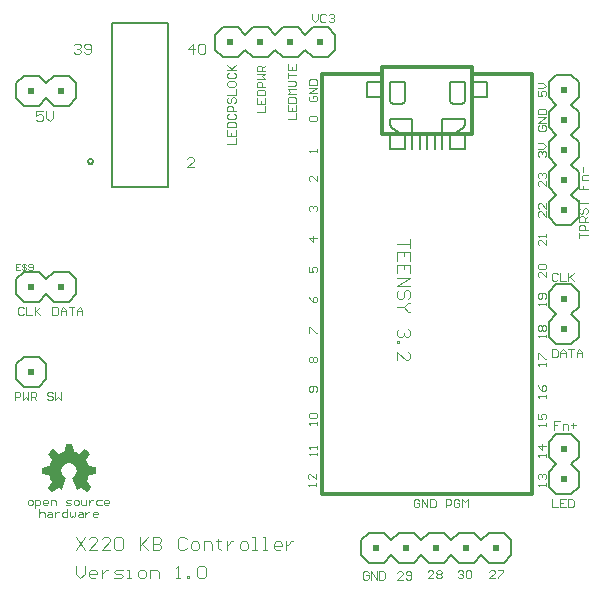
<source format=gto>
G04*
G04 #@! TF.GenerationSoftware,Altium Limited,Altium Designer,21.6.1 (37)*
G04*
G04 Layer_Color=65535*
%FSLAX25Y25*%
%MOIN*%
G70*
G04*
G04 #@! TF.SameCoordinates,3D0E8F73-5774-4D33-84BA-408F2C82BF8C*
G04*
G04*
G04 #@! TF.FilePolarity,Positive*
G04*
G01*
G75*
%ADD10C,0.00500*%
%ADD11C,0.00800*%
%ADD12C,0.01200*%
%ADD13C,0.00218*%
%ADD14C,0.00340*%
%ADD15C,0.00408*%
%ADD16C,0.00204*%
%ADD17C,0.00272*%
G36*
X106827Y182858D02*
X104827D01*
Y184858D01*
X106827D01*
Y182858D01*
D02*
G37*
G36*
X96827D02*
X94827D01*
Y184858D01*
X96827D01*
Y182858D01*
D02*
G37*
G36*
X86827D02*
X84827D01*
Y184858D01*
X86827D01*
Y182858D01*
D02*
G37*
G36*
X76827D02*
X74827D01*
Y184858D01*
X76827D01*
Y182858D01*
D02*
G37*
G36*
X188008Y166953D02*
X186008D01*
Y168953D01*
X188008D01*
Y166953D01*
D02*
G37*
G36*
X20449Y166717D02*
X18449D01*
Y168717D01*
X20449D01*
Y166717D01*
D02*
G37*
G36*
X10449D02*
X8449D01*
Y168717D01*
X10449D01*
Y166717D01*
D02*
G37*
G36*
X188008Y156953D02*
X186008D01*
Y158953D01*
X188008D01*
Y156953D01*
D02*
G37*
G36*
Y146953D02*
X186008D01*
Y148953D01*
X188008D01*
Y146953D01*
D02*
G37*
G36*
Y136953D02*
X186008D01*
Y138953D01*
X188008D01*
Y136953D01*
D02*
G37*
G36*
Y126953D02*
X186008D01*
Y128953D01*
X188008D01*
Y126953D01*
D02*
G37*
G36*
X20449Y101362D02*
X18449D01*
Y103362D01*
X20449D01*
Y101362D01*
D02*
G37*
G36*
X10449D02*
X8449D01*
Y103362D01*
X10449D01*
Y101362D01*
D02*
G37*
G36*
X188008Y97189D02*
X186008D01*
Y99189D01*
X188008D01*
Y97189D01*
D02*
G37*
G36*
Y87189D02*
X186008D01*
Y89189D01*
X188008D01*
Y87189D01*
D02*
G37*
G36*
X10449Y73016D02*
X8449D01*
Y75016D01*
X10449D01*
Y73016D01*
D02*
G37*
G36*
X188008Y47189D02*
X186008D01*
Y49189D01*
X188008D01*
Y47189D01*
D02*
G37*
G36*
X23197Y49895D02*
X23647Y47445D01*
X24097Y47345D01*
X24547Y47145D01*
X24997Y46945D01*
X25447Y46695D01*
X27497Y48145D01*
X27847Y47895D01*
X28247Y47545D01*
X28747Y47045D01*
X29147Y46545D01*
X27747Y44595D01*
X27797Y44495D01*
X28147Y43895D01*
X28397Y43345D01*
X28597Y42695D01*
X31047Y42245D01*
X31097Y41745D01*
X31147Y41195D01*
Y40745D01*
Y40045D01*
X28697Y39595D01*
X28497Y38795D01*
X28297Y38195D01*
X27947Y37595D01*
X29397Y35495D01*
X29047Y35045D01*
X28647Y34595D01*
X28297Y34245D01*
X27897Y33895D01*
X25897Y35295D01*
X25297Y34895D01*
X24697Y34645D01*
X23147Y38545D01*
X23147D01*
X23524Y38769D01*
X24142Y39388D01*
X24523Y40175D01*
X24625Y41043D01*
X24437Y41898D01*
X23980Y42643D01*
X23304Y43197D01*
X22483Y43500D01*
X22047Y43545D01*
X21596Y43514D01*
X20745Y43222D01*
X20045Y42654D01*
X19584Y41881D01*
X19416Y40996D01*
X19562Y40108D01*
X20004Y39324D01*
X20689Y38739D01*
X21097Y38545D01*
X21097D01*
X19697Y34545D01*
X18547Y35145D01*
X16497Y33745D01*
X16147Y34045D01*
X15697Y34445D01*
X15347Y34795D01*
X14947Y35245D01*
X16397Y37245D01*
X16047Y37845D01*
X15847Y38245D01*
X15697Y38745D01*
X15497Y39445D01*
X13047Y39845D01*
Y42045D01*
X15497Y42445D01*
X15647Y42795D01*
X15797Y43345D01*
X16097Y43995D01*
X16397Y44495D01*
X14997Y46545D01*
X15247Y46795D01*
X15647Y47245D01*
X16147Y47745D01*
X16597Y48095D01*
X18597Y46645D01*
X19297Y47045D01*
X19797Y47245D01*
X20547Y47495D01*
X20947Y49895D01*
X21447Y49945D01*
X22597D01*
X23197Y49895D01*
D02*
G37*
G36*
X188008Y37189D02*
X186008D01*
Y39189D01*
X188008D01*
Y37189D01*
D02*
G37*
G36*
X165409Y14354D02*
X163409D01*
Y16354D01*
X165409D01*
Y14354D01*
D02*
G37*
G36*
X155409D02*
X153409D01*
Y16354D01*
X155409D01*
Y14354D01*
D02*
G37*
G36*
X145409D02*
X143409D01*
Y16354D01*
X145409D01*
Y14354D01*
D02*
G37*
G36*
X135409D02*
X133409D01*
Y16354D01*
X135409D01*
Y14354D01*
D02*
G37*
G36*
X125409D02*
X123409D01*
Y16354D01*
X125409D01*
Y14354D01*
D02*
G37*
D10*
X30014Y144094D02*
X29574Y144856D01*
X28694D01*
X28254Y144094D01*
X28694Y143332D01*
X29574D01*
X30014Y144094D01*
X152746Y163110D02*
X153630Y163476D01*
X153996Y164360D01*
X148996D02*
X149362Y163476D01*
X150246Y163110D01*
X128996Y164360D02*
X129362Y163476D01*
X130246Y163110D01*
X132746D02*
X133630Y163476D01*
X133996Y164360D01*
X153439Y155239D02*
X153996Y156279D01*
X128996D02*
X129553Y155239D01*
X36220Y135433D02*
X55118D01*
Y190157D01*
X36220D02*
X55118D01*
X36220Y135433D02*
Y190157D01*
X141496Y148110D02*
Y153110D01*
X143996Y148110D02*
Y153110D01*
X146496Y148110D02*
Y153110D01*
X138996Y148110D02*
Y153110D01*
X136496Y148110D02*
Y153110D01*
X148996Y148110D02*
Y153110D01*
Y148110D02*
X153996D01*
Y153110D01*
X133996Y148110D02*
Y153110D01*
X128996Y148110D02*
X133996D01*
X128996D02*
Y153110D01*
X121496Y170610D02*
X126496D01*
X153996Y164360D02*
Y170610D01*
X150246Y163110D02*
X152746D01*
X148996Y164360D02*
Y170610D01*
X128996Y164360D02*
Y170610D01*
X130246Y163110D02*
X132746D01*
X133996Y164360D02*
Y170610D01*
X148996D02*
X153996D01*
X128996D02*
X133996D01*
X146496Y153110D02*
Y158110D01*
X153996D01*
Y156279D02*
Y158110D01*
X150246Y153110D02*
X153439Y155239D01*
X136496Y153110D02*
Y158110D01*
X128996D02*
X136496D01*
X128996Y156279D02*
Y158110D01*
X129553Y155239D02*
X132746Y153110D01*
X121496Y165610D02*
X126496D01*
X121496D02*
Y170610D01*
X156496D02*
X161496D01*
X156496Y165610D02*
X161496D01*
Y170610D01*
D11*
X110827Y181358D02*
Y186358D01*
X73327Y178858D02*
X78327D01*
X70827Y181358D02*
X73327Y178858D01*
X70827Y186358D02*
X73327Y188858D01*
X70827Y181358D02*
Y186358D01*
X80827Y181358D02*
X83327Y178858D01*
X88327D01*
X90827Y181358D01*
X88327Y188858D02*
X90827Y186358D01*
X83327Y188858D02*
X88327D01*
X80827Y186358D02*
X83327Y188858D01*
X78327Y178858D02*
X80827Y181358D01*
X78327Y188858D02*
X80827Y186358D01*
X73327Y188858D02*
X78327D01*
X103327Y178858D02*
X108327D01*
X100827Y181358D02*
X103327Y178858D01*
X100827Y186358D02*
X103327Y188858D01*
X90827Y181358D02*
X93327Y178858D01*
X98327D01*
X100827Y181358D01*
X98327Y188858D02*
X100827Y186358D01*
X93327Y188858D02*
X98327D01*
X90827Y186358D02*
X93327Y188858D01*
X108327Y178858D02*
X110827Y181358D01*
X108327Y188858D02*
X110827Y186358D01*
X103327Y188858D02*
X108327D01*
X151909Y20354D02*
X156909D01*
X159409Y17854D01*
X156909Y10354D02*
X159409Y12854D01*
Y17854D02*
X161909Y20354D01*
X166909D01*
X169409Y17854D01*
X166909Y10354D02*
X169409Y12854D01*
X161909Y10354D02*
X166909D01*
X159409Y12854D02*
X161909Y10354D01*
X139409Y17854D02*
X141909Y20354D01*
X146909D01*
X149409Y17854D01*
X146909Y10354D02*
X149409Y12854D01*
X141909Y10354D02*
X146909D01*
X139409Y12854D02*
X141909Y10354D01*
X149409Y17854D02*
X151909Y20354D01*
X149409Y12854D02*
X151909Y10354D01*
X156909D01*
X121909Y20354D02*
X126909D01*
X129409Y17854D01*
X126909Y10354D02*
X129409Y12854D01*
Y17854D02*
X131909Y20354D01*
X136909D01*
X139409Y17854D01*
X136909Y10354D02*
X139409Y12854D01*
X131909Y10354D02*
X136909D01*
X129409Y12854D02*
X131909Y10354D01*
X119409Y12854D02*
Y17854D01*
X121909Y20354D01*
X119409Y12854D02*
X121909Y10354D01*
X126909D01*
X169409Y12854D02*
Y17854D01*
X11949Y79016D02*
X14449Y76516D01*
X6949Y79016D02*
X11949D01*
X4449Y76516D02*
X6949Y79016D01*
X4449Y71516D02*
Y76516D01*
Y71516D02*
X6949Y69016D01*
X11949D01*
X14449Y71516D01*
Y76516D01*
X6949Y107362D02*
X11949D01*
X14449Y104862D01*
X11949Y97362D02*
X14449Y99862D01*
Y104862D02*
X16949Y107362D01*
X21949D01*
X24449Y104862D01*
X21949Y97362D02*
X24449Y99862D01*
X16949Y97362D02*
X21949D01*
X14449Y99862D02*
X16949Y97362D01*
X4449Y99862D02*
Y104862D01*
X6949Y107362D01*
X4449Y99862D02*
X6949Y97362D01*
X11949D01*
X24449Y99862D02*
Y104862D01*
X6949Y172717D02*
X11949D01*
X14449Y170217D01*
X11949Y162717D02*
X14449Y165217D01*
Y170217D02*
X16949Y172717D01*
X21949D01*
X24449Y170217D01*
X21949Y162717D02*
X24449Y165217D01*
X16949Y162717D02*
X21949D01*
X14449Y165217D02*
X16949Y162717D01*
X4449Y165217D02*
Y170217D01*
X6949Y172717D01*
X4449Y165217D02*
X6949Y162717D01*
X11949D01*
X24449Y165217D02*
Y170217D01*
X182008Y35689D02*
Y40689D01*
X184508Y43189D01*
X189508D02*
X192008Y40689D01*
X182008Y45689D02*
X184508Y43189D01*
X182008Y45689D02*
Y50689D01*
X184508Y53189D01*
X189508D02*
X192008Y50689D01*
Y45689D02*
Y50689D01*
X189508Y43189D02*
X192008Y45689D01*
X184508Y33189D02*
X189508D01*
X182008Y35689D02*
X184508Y33189D01*
X189508D02*
X192008Y35689D01*
Y40689D01*
X184508Y53189D02*
X189508D01*
X182008Y85689D02*
Y90689D01*
X184508Y93189D01*
X189508D02*
X192008Y90689D01*
X182008Y95689D02*
X184508Y93189D01*
X182008Y95689D02*
Y100689D01*
X184508Y103189D01*
X189508D02*
X192008Y100689D01*
Y95689D02*
Y100689D01*
X189508Y93189D02*
X192008Y95689D01*
X184508Y83189D02*
X189508D01*
X182008Y85689D02*
X184508Y83189D01*
X189508D02*
X192008Y85689D01*
Y90689D01*
X184508Y103189D02*
X189508D01*
X182008Y155453D02*
Y160453D01*
X184508Y162953D01*
X189508D02*
X192008Y160453D01*
X182008Y165453D02*
X184508Y162953D01*
X182008Y165453D02*
Y170453D01*
X184508Y172953D01*
X189508D02*
X192008Y170453D01*
Y165453D02*
Y170453D01*
X189508Y162953D02*
X192008Y165453D01*
X182008Y145453D02*
X184508Y142953D01*
X182008Y145453D02*
Y150453D01*
X184508Y152953D01*
X189508D02*
X192008Y150453D01*
Y145453D02*
Y150453D01*
X189508Y142953D02*
X192008Y145453D01*
X182008Y155453D02*
X184508Y152953D01*
X189508D02*
X192008Y155453D01*
Y160453D01*
X182008Y125453D02*
Y130453D01*
X184508Y132953D01*
X189508D02*
X192008Y130453D01*
X182008Y135453D02*
X184508Y132953D01*
X182008Y135453D02*
Y140453D01*
X184508Y142953D01*
X189508D02*
X192008Y140453D01*
Y135453D02*
Y140453D01*
X189508Y132953D02*
X192008Y135453D01*
X184508Y122953D02*
X189508D01*
X182008Y125453D02*
X184508Y122953D01*
X189508D02*
X192008Y125453D01*
Y130453D01*
X184508Y172953D02*
X189508D01*
D12*
X176496Y33110D02*
Y173110D01*
X106496Y33110D02*
Y173110D01*
Y33110D02*
X176496D01*
X156496Y173110D02*
X176496D01*
X106496D02*
X126496D01*
Y175610D02*
X156496D01*
X126496Y153110D02*
X128996D01*
X132746D01*
X133996D01*
X136496D01*
X138996D01*
X141496D01*
X143996D01*
X146496D01*
X148996D01*
X150246D01*
X153996D01*
X156496D01*
X126496D02*
Y175610D01*
X156496Y153110D02*
Y175610D01*
D13*
X103150Y193270D02*
Y191457D01*
X104056Y190551D01*
X104962Y191457D01*
Y193270D01*
X107682Y192817D02*
X107228Y193270D01*
X106322D01*
X105869Y192817D01*
Y191004D01*
X106322Y190551D01*
X107228D01*
X107682Y191004D01*
X108588Y192817D02*
X109041Y193270D01*
X109947D01*
X110401Y192817D01*
Y192364D01*
X109947Y191911D01*
X109494D01*
X109947D01*
X110401Y191457D01*
Y191004D01*
X109947Y190551D01*
X109041D01*
X108588Y191004D01*
X94919Y158268D02*
X97638D01*
Y160081D01*
X94919Y162800D02*
Y160987D01*
X97638D01*
Y162800D01*
X96278Y160987D02*
Y161893D01*
X94919Y163706D02*
X97638D01*
Y165066D01*
X97185Y165519D01*
X95372D01*
X94919Y165066D01*
Y163706D01*
X97638Y166425D02*
X94919D01*
X95825Y167331D01*
X94919Y168238D01*
X97638D01*
X94919Y169144D02*
X97185D01*
X97638Y169597D01*
Y170504D01*
X97185Y170957D01*
X94919D01*
Y171863D02*
Y173676D01*
Y172770D01*
X97638D01*
X94919Y176395D02*
Y174582D01*
X97638D01*
Y176395D01*
X96278Y174582D02*
Y175489D01*
X84682Y160630D02*
X87402D01*
Y162443D01*
X84682Y165162D02*
Y163349D01*
X87402D01*
Y165162D01*
X86042Y163349D02*
Y164255D01*
X84682Y166068D02*
X87402D01*
Y167428D01*
X86948Y167881D01*
X85136D01*
X84682Y167428D01*
Y166068D01*
X87402Y168787D02*
X84682D01*
Y170147D01*
X85136Y170600D01*
X86042D01*
X86495Y170147D01*
Y168787D01*
X84682Y171506D02*
X87402D01*
X86495Y172413D01*
X87402Y173319D01*
X84682D01*
X87402Y174225D02*
X84682D01*
Y175585D01*
X85136Y176038D01*
X86042D01*
X86495Y175585D01*
Y174225D01*
Y175132D02*
X87402Y176038D01*
X74840Y150000D02*
X77559D01*
Y151813D01*
X74840Y154532D02*
Y152719D01*
X77559D01*
Y154532D01*
X76200Y152719D02*
Y153626D01*
X74840Y155438D02*
X77559D01*
Y156798D01*
X77106Y157251D01*
X75293D01*
X74840Y156798D01*
Y155438D01*
X75293Y159970D02*
X74840Y159517D01*
Y158610D01*
X75293Y158157D01*
X77106D01*
X77559Y158610D01*
Y159517D01*
X77106Y159970D01*
X77559Y160877D02*
X74840D01*
Y162236D01*
X75293Y162689D01*
X76200D01*
X76653Y162236D01*
Y160877D01*
X75293Y165408D02*
X74840Y164955D01*
Y164049D01*
X75293Y163596D01*
X75746D01*
X76200Y164049D01*
Y164955D01*
X76653Y165408D01*
X77106D01*
X77559Y164955D01*
Y164049D01*
X77106Y163596D01*
X74840Y166315D02*
X77559D01*
Y168128D01*
X74840Y170393D02*
Y169487D01*
X75293Y169034D01*
X77106D01*
X77559Y169487D01*
Y170393D01*
X77106Y170847D01*
X75293D01*
X74840Y170393D01*
X75293Y173566D02*
X74840Y173112D01*
Y172206D01*
X75293Y171753D01*
X77106D01*
X77559Y172206D01*
Y173112D01*
X77106Y173566D01*
X74840Y174472D02*
X77559D01*
X76653D01*
X74840Y176285D01*
X76200Y174925D01*
X77559Y176285D01*
X181102Y35827D02*
Y36733D01*
Y36280D01*
X178383D01*
X178836Y35827D01*
Y38093D02*
X178383Y38546D01*
Y39452D01*
X178836Y39906D01*
X179289D01*
X179742Y39452D01*
Y38999D01*
Y39452D01*
X180196Y39906D01*
X180649D01*
X181102Y39452D01*
Y38546D01*
X180649Y38093D01*
X181102Y75984D02*
Y76890D01*
Y76437D01*
X178383D01*
X178836Y75984D01*
X178383Y78250D02*
Y80063D01*
X178836D01*
X180649Y78250D01*
X181102D01*
Y85433D02*
Y86339D01*
Y85886D01*
X178383D01*
X178836Y85433D01*
Y87699D02*
X178383Y88152D01*
Y89059D01*
X178836Y89512D01*
X179289D01*
X179742Y89059D01*
X180196Y89512D01*
X180649D01*
X181102Y89059D01*
Y88152D01*
X180649Y87699D01*
X180196D01*
X179742Y88152D01*
X179289Y87699D01*
X178836D01*
X179742Y88152D02*
Y89059D01*
X181102Y96063D02*
Y96969D01*
Y96516D01*
X178383D01*
X178836Y96063D01*
X180649Y98329D02*
X181102Y98782D01*
Y99689D01*
X180649Y100142D01*
X178836D01*
X178383Y99689D01*
Y98782D01*
X178836Y98329D01*
X179289D01*
X179742Y98782D01*
Y100142D01*
X181102Y45669D02*
Y46575D01*
Y46122D01*
X178383D01*
X178836Y45669D01*
X181102Y49294D02*
X178383D01*
X179742Y47935D01*
Y49748D01*
X181102Y65354D02*
Y66260D01*
Y65807D01*
X178383D01*
X178836Y65354D01*
X178383Y69433D02*
X178836Y68526D01*
X179742Y67620D01*
X180649D01*
X181102Y68073D01*
Y68980D01*
X180649Y69433D01*
X180196D01*
X179742Y68980D01*
Y67620D01*
X181102Y55906D02*
Y56812D01*
Y56359D01*
X178383D01*
X178836Y55906D01*
X178383Y59985D02*
Y58172D01*
X179742D01*
X179289Y59078D01*
Y59531D01*
X179742Y59985D01*
X180649D01*
X181102Y59531D01*
Y58625D01*
X180649Y58172D01*
X151575Y7384D02*
X152028Y7837D01*
X152935D01*
X153388Y7384D01*
Y6931D01*
X152935Y6478D01*
X152481D01*
X152935D01*
X153388Y6024D01*
Y5571D01*
X152935Y5118D01*
X152028D01*
X151575Y5571D01*
X154294Y7384D02*
X154747Y7837D01*
X155654D01*
X156107Y7384D01*
Y5571D01*
X155654Y5118D01*
X154747D01*
X154294Y5571D01*
Y7384D01*
X164018Y5118D02*
X162205D01*
X164018Y6931D01*
Y7384D01*
X163565Y7837D01*
X162658D01*
X162205Y7384D01*
X164924Y7837D02*
X166737D01*
Y7384D01*
X164924Y5571D01*
Y5118D01*
X178836Y156144D02*
X178383Y155691D01*
Y154784D01*
X178836Y154331D01*
X180649D01*
X181102Y154784D01*
Y155691D01*
X180649Y156144D01*
X179742D01*
Y155237D01*
X181102Y157050D02*
X178383D01*
X181102Y158863D01*
X178383D01*
Y159769D02*
X181102D01*
Y161129D01*
X180649Y161582D01*
X178836D01*
X178383Y161129D01*
Y159769D01*
Y167561D02*
Y165748D01*
X179742D01*
X179289Y166654D01*
Y167108D01*
X179742Y167561D01*
X180649D01*
X181102Y167108D01*
Y166201D01*
X180649Y165748D01*
X178383Y168467D02*
X180196D01*
X181102Y169374D01*
X180196Y170280D01*
X178383D01*
X16535Y95632D02*
Y92913D01*
X17895D01*
X18348Y93366D01*
Y95179D01*
X17895Y95632D01*
X16535D01*
X19254Y92913D02*
Y94726D01*
X20161Y95632D01*
X21067Y94726D01*
Y92913D01*
Y94273D01*
X19254D01*
X21973Y95632D02*
X23786D01*
X22880D01*
Y92913D01*
X24692D02*
Y94726D01*
X25599Y95632D01*
X26505Y94726D01*
Y92913D01*
Y94273D01*
X24692D01*
X102005Y87008D02*
Y88821D01*
X102458D01*
X104271Y87008D01*
X104724D01*
X102458Y77165D02*
X102005Y77618D01*
Y78525D01*
X102458Y78978D01*
X102911D01*
X103364Y78525D01*
X103818Y78978D01*
X104271D01*
X104724Y78525D01*
Y77618D01*
X104271Y77165D01*
X103818D01*
X103364Y77618D01*
X102911Y77165D01*
X102458D01*
X103364Y77618D02*
Y78525D01*
X102005Y99057D02*
X102458Y98150D01*
X103364Y97244D01*
X104271D01*
X104724Y97697D01*
Y98604D01*
X104271Y99057D01*
X103818D01*
X103364Y98604D01*
Y97244D01*
X183071Y31459D02*
Y28740D01*
X184884D01*
X187603Y31459D02*
X185790D01*
Y28740D01*
X187603D01*
X185790Y30100D02*
X186697D01*
X188509Y31459D02*
Y28740D01*
X189869D01*
X190322Y29193D01*
Y31006D01*
X189869Y31459D01*
X188509D01*
X185671Y57443D02*
X183858D01*
Y56084D01*
X184764D01*
X183858D01*
Y54724D01*
X186577D02*
Y56537D01*
X187937D01*
X188390Y56084D01*
Y54724D01*
X189296Y56084D02*
X191109D01*
X190203Y56990D02*
Y55177D01*
X183071Y81459D02*
Y78740D01*
X184431D01*
X184884Y79193D01*
Y81006D01*
X184431Y81459D01*
X183071D01*
X185790Y78740D02*
Y80553D01*
X186697Y81459D01*
X187603Y80553D01*
Y78740D01*
Y80100D01*
X185790D01*
X188509Y81459D02*
X190322D01*
X189416D01*
Y78740D01*
X191228D02*
Y80553D01*
X192135Y81459D01*
X193041Y80553D01*
Y78740D01*
Y80100D01*
X191228D01*
X184884Y106597D02*
X184431Y107050D01*
X183524D01*
X183071Y106597D01*
Y104784D01*
X183524Y104331D01*
X184431D01*
X184884Y104784D01*
X185790Y107050D02*
Y104331D01*
X187603D01*
X188509Y107050D02*
Y104331D01*
Y105237D01*
X190322Y107050D01*
X188962Y105691D01*
X190322Y104331D01*
X192163Y118504D02*
Y120317D01*
Y119410D01*
X194882D01*
Y121223D02*
X192163D01*
Y122583D01*
X192616Y123036D01*
X193522D01*
X193976Y122583D01*
Y121223D01*
X194882Y123942D02*
X192163D01*
Y125302D01*
X192616Y125755D01*
X193522D01*
X193976Y125302D01*
Y123942D01*
Y124849D02*
X194882Y125755D01*
X192616Y128474D02*
X192163Y128021D01*
Y127115D01*
X192616Y126661D01*
X193069D01*
X193522Y127115D01*
Y128021D01*
X193976Y128474D01*
X194429D01*
X194882Y128021D01*
Y127115D01*
X194429Y126661D01*
X192163Y129381D02*
Y131193D01*
Y130287D01*
X194882D01*
X192163Y136852D02*
Y135039D01*
X193522D01*
Y135945D01*
Y135039D01*
X194882D01*
Y137758D02*
X193069D01*
Y139118D01*
X193522Y139571D01*
X194882D01*
X193522Y140477D02*
Y142290D01*
X6931Y95179D02*
X6478Y95632D01*
X5571D01*
X5118Y95179D01*
Y93366D01*
X5571Y92913D01*
X6478D01*
X6931Y93366D01*
X7837Y95632D02*
Y92913D01*
X9650D01*
X10556Y95632D02*
Y92913D01*
Y93819D01*
X12369Y95632D01*
X11009Y94273D01*
X12369Y92913D01*
X3937Y64567D02*
Y67286D01*
X5297D01*
X5750Y66833D01*
Y65927D01*
X5297Y65473D01*
X3937D01*
X6656Y67286D02*
Y64567D01*
X7563Y65473D01*
X8469Y64567D01*
Y67286D01*
X9375Y64567D02*
Y67286D01*
X10735D01*
X11188Y66833D01*
Y65927D01*
X10735Y65473D01*
X9375D01*
X10282D02*
X11188Y64567D01*
X16626Y66833D02*
X16173Y67286D01*
X15267D01*
X14814Y66833D01*
Y66380D01*
X15267Y65927D01*
X16173D01*
X16626Y65473D01*
Y65020D01*
X16173Y64567D01*
X15267D01*
X14814Y65020D01*
X17533Y67286D02*
Y64567D01*
X18439Y65473D01*
X19345Y64567D01*
Y67286D01*
X104331Y35827D02*
Y36733D01*
Y36280D01*
X101612D01*
X102065Y35827D01*
X104331Y39906D02*
Y38093D01*
X102518Y39906D01*
X102065D01*
X101612Y39452D01*
Y38546D01*
X102065Y38093D01*
X104724Y46063D02*
Y46969D01*
Y46516D01*
X102005D01*
X102458Y46063D01*
X104724Y48329D02*
Y49235D01*
Y48782D01*
X102005D01*
X102458Y48329D01*
X104724Y56299D02*
Y57205D01*
Y56752D01*
X102005D01*
X102458Y56299D01*
Y58565D02*
X102005Y59018D01*
Y59925D01*
X102458Y60378D01*
X104271D01*
X104724Y59925D01*
Y59018D01*
X104271Y58565D01*
X102458D01*
X104271Y67323D02*
X104724Y67776D01*
Y68683D01*
X104271Y69136D01*
X102458D01*
X102005Y68683D01*
Y67776D01*
X102458Y67323D01*
X102911D01*
X103364Y67776D01*
Y69136D01*
X121892Y6990D02*
X121439Y7443D01*
X120532D01*
X120079Y6990D01*
Y5177D01*
X120532Y4724D01*
X121439D01*
X121892Y5177D01*
Y6084D01*
X120985D01*
X122798Y4724D02*
Y7443D01*
X124611Y4724D01*
Y7443D01*
X125517D02*
Y4724D01*
X126877D01*
X127330Y5177D01*
Y6990D01*
X126877Y7443D01*
X125517D01*
X133309Y4724D02*
X131496D01*
X133309Y6537D01*
Y6990D01*
X132856Y7443D01*
X131949D01*
X131496Y6990D01*
X134215Y5177D02*
X134668Y4724D01*
X135575D01*
X136028Y5177D01*
Y6990D01*
X135575Y7443D01*
X134668D01*
X134215Y6990D01*
Y6537D01*
X134668Y6084D01*
X136028D01*
X143545Y5118D02*
X141732D01*
X143545Y6931D01*
Y7384D01*
X143092Y7837D01*
X142185D01*
X141732Y7384D01*
X144451D02*
X144904Y7837D01*
X145811D01*
X146264Y7384D01*
Y6931D01*
X145811Y6478D01*
X146264Y6024D01*
Y5571D01*
X145811Y5118D01*
X144904D01*
X144451Y5571D01*
Y6024D01*
X144904Y6478D01*
X144451Y6931D01*
Y7384D01*
X144904Y6478D02*
X145811D01*
X138821Y31006D02*
X138368Y31459D01*
X137461D01*
X137008Y31006D01*
Y29193D01*
X137461Y28740D01*
X138368D01*
X138821Y29193D01*
Y30100D01*
X137914D01*
X139727Y28740D02*
Y31459D01*
X141540Y28740D01*
Y31459D01*
X142446D02*
Y28740D01*
X143806D01*
X144259Y29193D01*
Y31006D01*
X143806Y31459D01*
X142446D01*
X147638Y28740D02*
Y31459D01*
X148998D01*
X149451Y31006D01*
Y30100D01*
X148998Y29646D01*
X147638D01*
X152170Y31006D02*
X151717Y31459D01*
X150810D01*
X150357Y31006D01*
Y29193D01*
X150810Y28740D01*
X151717D01*
X152170Y29193D01*
Y30100D01*
X151263D01*
X153076Y28740D02*
Y31459D01*
X153983Y30553D01*
X154889Y31459D01*
Y28740D01*
X102458Y165986D02*
X102005Y165533D01*
Y164626D01*
X102458Y164173D01*
X104271D01*
X104724Y164626D01*
Y165533D01*
X104271Y165986D01*
X103364D01*
Y165079D01*
X104724Y166892D02*
X102005D01*
X104724Y168705D01*
X102005D01*
Y169611D02*
X104724D01*
Y170971D01*
X104271Y171424D01*
X102458D01*
X102005Y170971D01*
Y169611D01*
X181102Y117955D02*
Y116142D01*
X179289Y117955D01*
X178836D01*
X178383Y117502D01*
Y116595D01*
X178836Y116142D01*
X181102Y118861D02*
Y119767D01*
Y119314D01*
X178383D01*
X178836Y118861D01*
X181102Y107325D02*
Y105512D01*
X179289Y107325D01*
X178836D01*
X178383Y106872D01*
Y105965D01*
X178836Y105512D01*
Y108231D02*
X178383Y108684D01*
Y109591D01*
X178836Y110044D01*
X180649D01*
X181102Y109591D01*
Y108684D01*
X180649Y108231D01*
X178836D01*
Y145669D02*
X178383Y146122D01*
Y147029D01*
X178836Y147482D01*
X179289D01*
X179742Y147029D01*
Y146575D01*
Y147029D01*
X180196Y147482D01*
X180649D01*
X181102Y147029D01*
Y146122D01*
X180649Y145669D01*
X178383Y148388D02*
X180196D01*
X181102Y149294D01*
X180196Y150201D01*
X178383D01*
X181102Y127404D02*
Y125591D01*
X179289Y127404D01*
X178836D01*
X178383Y126951D01*
Y126044D01*
X178836Y125591D01*
X181102Y130123D02*
Y128310D01*
X179289Y130123D01*
X178836D01*
X178383Y129670D01*
Y128763D01*
X178836Y128310D01*
X181102Y137640D02*
Y135827D01*
X179289Y137640D01*
X178836D01*
X178383Y137187D01*
Y136280D01*
X178836Y135827D01*
Y138546D02*
X178383Y138999D01*
Y139906D01*
X178836Y140359D01*
X179289D01*
X179742Y139906D01*
Y139453D01*
Y139906D01*
X180196Y140359D01*
X180649D01*
X181102Y139906D01*
Y138999D01*
X180649Y138546D01*
X104724Y118683D02*
X102005D01*
X103364Y117323D01*
Y119136D01*
X102005Y108900D02*
Y107087D01*
X103364D01*
X102911Y107993D01*
Y108447D01*
X103364Y108900D01*
X104271D01*
X104724Y108447D01*
Y107540D01*
X104271Y107087D01*
X102458Y127559D02*
X102005Y128012D01*
Y128919D01*
X102458Y129372D01*
X102911D01*
X103364Y128919D01*
Y128465D01*
Y128919D01*
X103818Y129372D01*
X104271D01*
X104724Y128919D01*
Y128012D01*
X104271Y127559D01*
X104724Y139215D02*
Y137402D01*
X102911Y139215D01*
X102458D01*
X102005Y138762D01*
Y137855D01*
X102458Y137402D01*
X104724Y147244D02*
Y148150D01*
Y147697D01*
X102005D01*
X102458Y147244D01*
Y157480D02*
X102005Y157933D01*
Y158840D01*
X102458Y159293D01*
X104271D01*
X104724Y158840D01*
Y157933D01*
X104271Y157480D01*
X102458D01*
D14*
X135745Y118110D02*
Y115278D01*
Y116694D01*
X131496D01*
X135745Y111029D02*
Y113861D01*
X131496D01*
Y111029D01*
X133620Y113861D02*
Y112445D01*
X135745Y106780D02*
Y109613D01*
X131496D01*
Y106780D01*
X133620Y109613D02*
Y108196D01*
X131496Y105364D02*
X135745D01*
X131496Y102532D01*
X135745D01*
X135037Y98283D02*
X135745Y98991D01*
Y100407D01*
X135037Y101116D01*
X134328D01*
X133620Y100407D01*
Y98991D01*
X132912Y98283D01*
X132204D01*
X131496Y98991D01*
Y100407D01*
X132204Y101116D01*
X135745Y96867D02*
X135037D01*
X133620Y95451D01*
X135037Y94034D01*
X135745D01*
X133620Y95451D02*
X131496D01*
X135037Y88370D02*
X135745Y87661D01*
Y86245D01*
X135037Y85537D01*
X134328D01*
X133620Y86245D01*
Y86953D01*
Y86245D01*
X132912Y85537D01*
X132204D01*
X131496Y86245D01*
Y87661D01*
X132204Y88370D01*
X131496Y84121D02*
X132204D01*
Y83413D01*
X131496D01*
Y84121D01*
Y77748D02*
Y80580D01*
X134328Y77748D01*
X135037D01*
X135745Y78456D01*
Y79872D01*
X135037Y80580D01*
X24409Y18816D02*
X27241Y14567D01*
Y18816D02*
X24409Y14567D01*
X31490D02*
X28658D01*
X31490Y17399D01*
Y18108D01*
X30782Y18816D01*
X29366D01*
X28658Y18108D01*
X35739Y14567D02*
X32906D01*
X35739Y17399D01*
Y18108D01*
X35031Y18816D01*
X33614D01*
X32906Y18108D01*
X37155D02*
X37863Y18816D01*
X39279D01*
X39987Y18108D01*
Y15275D01*
X39279Y14567D01*
X37863D01*
X37155Y15275D01*
Y18108D01*
X45652Y18816D02*
Y14567D01*
Y15983D01*
X48485Y18816D01*
X46360Y16691D01*
X48485Y14567D01*
X49901Y18816D02*
Y14567D01*
X52025D01*
X52733Y15275D01*
Y15983D01*
X52025Y16691D01*
X49901D01*
X52025D01*
X52733Y17399D01*
Y18108D01*
X52025Y18816D01*
X49901D01*
X61230Y18108D02*
X60522Y18816D01*
X59106D01*
X58398Y18108D01*
Y15275D01*
X59106Y14567D01*
X60522D01*
X61230Y15275D01*
X63355Y14567D02*
X64771D01*
X65479Y15275D01*
Y16691D01*
X64771Y17399D01*
X63355D01*
X62647Y16691D01*
Y15275D01*
X63355Y14567D01*
X66895D02*
Y17399D01*
X69020D01*
X69728Y16691D01*
Y14567D01*
X71852Y18108D02*
Y17399D01*
X71144D01*
X72560D01*
X71852D01*
Y15275D01*
X72560Y14567D01*
X74685Y17399D02*
Y14567D01*
Y15983D01*
X75393Y16691D01*
X76101Y17399D01*
X76809D01*
X79641Y14567D02*
X81057D01*
X81766Y15275D01*
Y16691D01*
X81057Y17399D01*
X79641D01*
X78933Y16691D01*
Y15275D01*
X79641Y14567D01*
X83182D02*
X84598D01*
X83890D01*
Y18816D01*
X83182D01*
X86722Y14567D02*
X88138D01*
X87430D01*
Y18816D01*
X86722D01*
X92387Y14567D02*
X90971D01*
X90263Y15275D01*
Y16691D01*
X90971Y17399D01*
X92387D01*
X93095Y16691D01*
Y15983D01*
X90263D01*
X94511Y17399D02*
Y14567D01*
Y15983D01*
X95219Y16691D01*
X95928Y17399D01*
X96636D01*
X24409Y9367D02*
Y6534D01*
X25825Y5118D01*
X27241Y6534D01*
Y9367D01*
X30782Y5118D02*
X29366D01*
X28658Y5826D01*
Y7242D01*
X29366Y7950D01*
X30782D01*
X31490Y7242D01*
Y6534D01*
X28658D01*
X32906Y7950D02*
Y5118D01*
Y6534D01*
X33614Y7242D01*
X34323Y7950D01*
X35031D01*
X37155Y5118D02*
X39279D01*
X39987Y5826D01*
X39279Y6534D01*
X37863D01*
X37155Y7242D01*
X37863Y7950D01*
X39987D01*
X41403Y5118D02*
X42820D01*
X42112D01*
Y7950D01*
X41403D01*
X45652Y5118D02*
X47068D01*
X47776Y5826D01*
Y7242D01*
X47068Y7950D01*
X45652D01*
X44944Y7242D01*
Y5826D01*
X45652Y5118D01*
X49193D02*
Y7950D01*
X51317D01*
X52025Y7242D01*
Y5118D01*
X57690D02*
X59106D01*
X58398D01*
Y9367D01*
X57690Y8659D01*
X61230Y5118D02*
Y5826D01*
X61939D01*
Y5118D01*
X61230D01*
X64771Y8659D02*
X65479Y9367D01*
X66895D01*
X67603Y8659D01*
Y5826D01*
X66895Y5118D01*
X65479D01*
X64771Y5826D01*
Y8659D01*
D15*
X5809Y109901D02*
X4449D01*
Y107862D01*
X5809D01*
X4449Y108882D02*
X5129D01*
X6488Y108202D02*
X6828Y107862D01*
X7508D01*
X7848Y108202D01*
Y108542D01*
X7508Y108882D01*
X6828D01*
X6488Y109222D01*
Y109561D01*
X6828Y109901D01*
X7508D01*
X7848Y109561D01*
X7168Y109901D02*
Y107862D01*
X8528Y108202D02*
X8868Y107862D01*
X9547D01*
X9887Y108202D01*
Y109561D01*
X9547Y109901D01*
X8868D01*
X8528Y109561D01*
Y109222D01*
X8868Y108882D01*
X9887D01*
D16*
X8693Y29528D02*
X9542D01*
X9967Y29952D01*
Y30802D01*
X9542Y31227D01*
X8693D01*
X8268Y30802D01*
Y29952D01*
X8693Y29528D01*
X10817Y28678D02*
Y31227D01*
X12092D01*
X12516Y30802D01*
Y29952D01*
X12092Y29528D01*
X10817D01*
X14641D02*
X13791D01*
X13366Y29952D01*
Y30802D01*
X13791Y31227D01*
X14641D01*
X15066Y30802D01*
Y30377D01*
X13366D01*
X15915Y29528D02*
Y31227D01*
X17190D01*
X17615Y30802D01*
Y29528D01*
X21014D02*
X22288D01*
X22713Y29952D01*
X22288Y30377D01*
X21439D01*
X21014Y30802D01*
X21439Y31227D01*
X22713D01*
X23988Y29528D02*
X24837D01*
X25262Y29952D01*
Y30802D01*
X24837Y31227D01*
X23988D01*
X23563Y30802D01*
Y29952D01*
X23988Y29528D01*
X26112Y31227D02*
Y29952D01*
X26537Y29528D01*
X27811D01*
Y31227D01*
X28661D02*
Y29528D01*
Y30377D01*
X29086Y30802D01*
X29511Y31227D01*
X29936D01*
X32910D02*
X31635D01*
X31210Y30802D01*
Y29952D01*
X31635Y29528D01*
X32910D01*
X35034D02*
X34184D01*
X33759Y29952D01*
Y30802D01*
X34184Y31227D01*
X35034D01*
X35459Y30802D01*
Y30377D01*
X33759D01*
X12185Y28140D02*
Y25591D01*
Y26865D01*
X12610Y27290D01*
X13460D01*
X13884Y26865D01*
Y25591D01*
X15159Y27290D02*
X16009D01*
X16434Y26865D01*
Y25591D01*
X15159D01*
X14734Y26015D01*
X15159Y26440D01*
X16434D01*
X17283Y27290D02*
Y25591D01*
Y26440D01*
X17708Y26865D01*
X18133Y27290D01*
X18558D01*
X21532Y28140D02*
Y25591D01*
X20257D01*
X19832Y26015D01*
Y26865D01*
X20257Y27290D01*
X21532D01*
X22382D02*
Y26015D01*
X22806Y25591D01*
X23231Y26015D01*
X23656Y25591D01*
X24081Y26015D01*
Y27290D01*
X25356D02*
X26206D01*
X26630Y26865D01*
Y25591D01*
X25356D01*
X24931Y26015D01*
X25356Y26440D01*
X26630D01*
X27480Y27290D02*
Y25591D01*
Y26440D01*
X27905Y26865D01*
X28330Y27290D01*
X28755D01*
X31304Y25591D02*
X30454D01*
X30029Y26015D01*
Y26865D01*
X30454Y27290D01*
X31304D01*
X31729Y26865D01*
Y26440D01*
X30029D01*
D17*
X13290Y160879D02*
X11024D01*
Y159179D01*
X12157Y159746D01*
X12723D01*
X13290Y159179D01*
Y158046D01*
X12723Y157480D01*
X11591D01*
X11024Y158046D01*
X14423Y160879D02*
Y158613D01*
X15556Y157480D01*
X16689Y158613D01*
Y160879D01*
X63683Y142126D02*
X61417D01*
X63683Y144392D01*
Y144958D01*
X63116Y145525D01*
X61984D01*
X61417Y144958D01*
X23622Y182753D02*
X24189Y183320D01*
X25321D01*
X25888Y182753D01*
Y182187D01*
X25321Y181621D01*
X24755D01*
X25321D01*
X25888Y181054D01*
Y180488D01*
X25321Y179921D01*
X24189D01*
X23622Y180488D01*
X27021D02*
X27587Y179921D01*
X28720D01*
X29287Y180488D01*
Y182753D01*
X28720Y183320D01*
X27587D01*
X27021Y182753D01*
Y182187D01*
X27587Y181621D01*
X29287D01*
X63511Y179921D02*
Y183320D01*
X61811Y181621D01*
X64077D01*
X65210Y182753D02*
X65776Y183320D01*
X66909D01*
X67476Y182753D01*
Y180488D01*
X66909Y179921D01*
X65776D01*
X65210Y180488D01*
Y182753D01*
M02*

</source>
